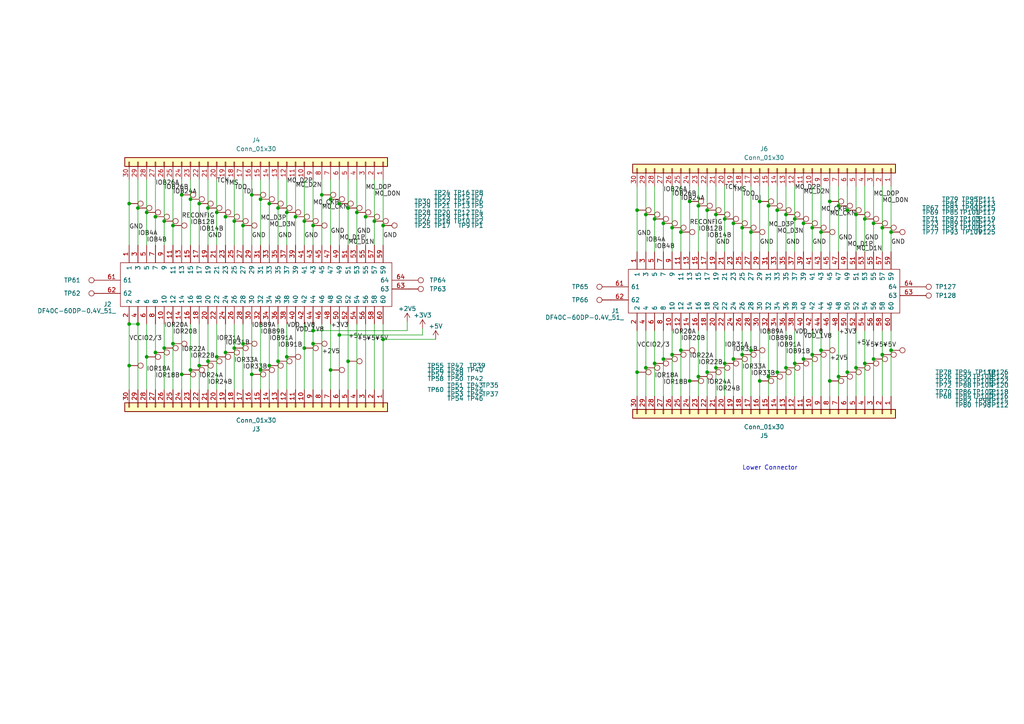
<source format=kicad_sch>
(kicad_sch (version 20230121) (generator eeschema)
  (paper "A4")
  (junction (at 37.465 106.045))
  (junction (at 98.425 59.055))
  (junction (at 73.025 108.585))
  (junction (at 42.545 103.505))
  (junction (at 67.945 100.965))
  (junction (at 70.485 99.695))
  (junction (at 250.825 63.5))
  (junction (at 78.105 59.055))
  (junction (at 192.405 104.14))
  (junction (at 65.405 102.235))
  (junction (at 57.785 106.045))
  (junction (at 230.505 105.41))
  (junction (at 255.905 102.87))
  (junction (at 37.465 59.055))
  (junction (at 227.965 62.23))
  (junction (at 95.885 107.315))
  (junction (at 220.345 110.49))
  (junction (at 240.665 110.49))
  (junction (at 192.405 64.77))
  (junction (at 42.545 61.595))
  (junction (at 189.865 63.5))
  (junction (at 80.645 104.775))
  (junction (at 210.185 105.41))
  (junction (at 233.045 64.77))
  (junction (at 197.485 67.31))
  (junction (at 62.865 61.595))
  (junction (at 108.585 64.135))
  (junction (at 50.165 65.405))
  (junction (at 78.105 106.045))
  (junction (at 57.785 59.055))
  (junction (at 197.485 101.6))
  (junction (at 75.565 57.785))
  (junction (at 106.045 62.865))
  (junction (at 50.165 99.695))
  (junction (at 55.245 57.785))
  (junction (at 215.265 66.04))
  (junction (at 222.885 109.22))
  (junction (at 93.345 56.515))
  (junction (at 73.025 56.515))
  (junction (at 205.105 60.96))
  (junction (at 67.945 64.135))
  (junction (at 194.945 66.04))
  (junction (at 245.745 107.95))
  (junction (at 217.805 101.6))
  (junction (at 227.965 106.68))
  (junction (at 184.785 107.95))
  (junction (at 85.725 62.865))
  (junction (at 52.705 108.585))
  (junction (at 212.725 104.14))
  (junction (at 210.185 63.5))
  (junction (at 230.505 63.5))
  (junction (at 60.325 104.775))
  (junction (at 243.205 59.69))
  (junction (at 70.485 65.405))
  (junction (at 207.645 106.68))
  (junction (at 189.865 105.41))
  (junction (at 100.965 104.775))
  (junction (at 222.885 59.69))
  (junction (at 45.085 102.235))
  (junction (at 187.325 62.23))
  (junction (at 245.745 60.96))
  (junction (at 47.625 100.965))
  (junction (at 212.725 64.77))
  (junction (at 90.805 65.405))
  (junction (at 88.265 100.965))
  (junction (at 90.805 99.695))
  (junction (at 240.665 58.42))
  (junction (at 200.025 110.49))
  (junction (at 238.125 67.31))
  (junction (at 111.125 65.405))
  (junction (at 95.885 57.785))
  (junction (at 217.805 67.31))
  (junction (at 98.425 97.155))
  (junction (at 194.945 102.87))
  (junction (at 37.465 93.98))
  (junction (at 258.445 67.31))
  (junction (at 83.185 103.505))
  (junction (at 248.285 106.68))
  (junction (at 225.425 107.95))
  (junction (at 225.425 60.96))
  (junction (at 215.265 102.87))
  (junction (at 45.085 62.865))
  (junction (at 235.585 66.04))
  (junction (at 253.365 64.77))
  (junction (at 200.025 58.42))
  (junction (at 258.445 101.6))
  (junction (at 100.965 60.325))
  (junction (at 248.285 62.23))
  (junction (at 255.905 66.04))
  (junction (at 207.645 62.23))
  (junction (at 103.505 61.595))
  (junction (at 52.705 56.515))
  (junction (at 220.345 58.42))
  (junction (at 238.125 101.6))
  (junction (at 90.805 95.885))
  (junction (at 235.585 102.87))
  (junction (at 184.785 60.96))
  (junction (at 187.325 106.68))
  (junction (at 233.045 104.14))
  (junction (at 47.625 64.135))
  (junction (at 40.005 93.98))
  (junction (at 62.865 103.505))
  (junction (at 65.405 62.865))
  (junction (at 205.105 107.95))
  (junction (at 80.645 60.325))
  (junction (at 60.325 60.325))
  (junction (at 83.185 61.595))
  (junction (at 55.245 107.315))
  (junction (at 243.205 109.22))
  (junction (at 75.565 107.315))
  (junction (at 250.825 105.41))
  (junction (at 202.565 109.22))
  (junction (at 40.005 60.325))
  (junction (at 88.265 64.135))
  (junction (at 253.365 104.14))
  (junction (at 202.565 59.69))
  (junction (at 111.125 98.425))
  (wire (pts (xy 100.965 60.325) (xy 100.965 71.12)))
  (wire (pts (xy 88.265 52.07) (xy 88.265 64.135)))
  (wire (pts (xy 212.725 95.885) (xy 212.725 104.14)))
  (wire (pts (xy 62.865 71.12) (xy 62.865 61.595)))
  (wire (pts (xy 55.245 113.03) (xy 55.245 107.315)))
  (wire (pts (xy 65.405 52.07) (xy 65.405 62.865)))
  (wire (pts (xy 194.945 114.935) (xy 194.945 102.87)))
  (wire (pts (xy 83.185 93.98) (xy 83.185 103.505)))
  (wire (pts (xy 98.425 97.155) (xy 98.425 113.03)))
  (wire (pts (xy 118.11 95.885) (xy 118.11 93.345)))
  (wire (pts (xy 47.625 113.03) (xy 47.625 100.965)))
  (wire (pts (xy 83.185 113.03) (xy 83.185 103.505)))
  (wire (pts (xy 227.965 95.885) (xy 227.965 106.68)))
  (wire (pts (xy 243.205 95.885) (xy 243.205 109.22)))
  (wire (pts (xy 189.865 73.025) (xy 189.865 63.5)))
  (wire (pts (xy 98.425 52.07) (xy 98.425 59.055)))
  (wire (pts (xy 245.745 53.975) (xy 245.745 60.96)))
  (wire (pts (xy 230.505 114.935) (xy 230.505 105.41)))
  (wire (pts (xy 255.905 53.975) (xy 255.905 66.04)))
  (wire (pts (xy 235.585 53.975) (xy 235.585 66.04)))
  (wire (pts (xy 65.405 93.98) (xy 65.405 102.235)))
  (wire (pts (xy 222.885 114.935) (xy 222.885 109.22)))
  (wire (pts (xy 187.325 95.885) (xy 187.325 106.68)))
  (wire (pts (xy 90.805 52.07) (xy 90.805 65.405)))
  (wire (pts (xy 60.325 52.07) (xy 60.325 60.325)))
  (wire (pts (xy 103.505 52.07) (xy 103.505 61.595)))
  (wire (pts (xy 200.025 53.975) (xy 200.025 58.42)))
  (wire (pts (xy 194.945 73.025) (xy 194.945 66.04)))
  (wire (pts (xy 90.805 113.03) (xy 90.805 99.695)))
  (wire (pts (xy 60.325 60.325) (xy 60.325 71.12)))
  (wire (pts (xy 75.565 52.07) (xy 75.565 57.785)))
  (wire (pts (xy 95.885 113.03) (xy 95.885 107.315)))
  (wire (pts (xy 67.945 113.03) (xy 67.945 100.965)))
  (wire (pts (xy 200.025 114.935) (xy 200.025 110.49)))
  (wire (pts (xy 42.545 52.07) (xy 42.545 61.595)))
  (wire (pts (xy 55.245 52.07) (xy 55.245 57.785)))
  (wire (pts (xy 197.485 73.025) (xy 197.485 67.31)))
  (wire (pts (xy 88.265 64.135) (xy 88.265 71.12)))
  (wire (pts (xy 225.425 53.975) (xy 225.425 60.96)))
  (wire (pts (xy 253.365 53.975) (xy 253.365 64.77)))
  (wire (pts (xy 83.185 52.07) (xy 83.185 61.595)))
  (wire (pts (xy 220.345 53.975) (xy 220.345 58.42)))
  (wire (pts (xy 93.345 93.98) (xy 93.345 113.03)))
  (wire (pts (xy 220.345 58.42) (xy 220.345 73.025)))
  (wire (pts (xy 45.085 71.12) (xy 45.085 62.865)))
  (wire (pts (xy 85.725 52.07) (xy 85.725 62.865)))
  (wire (pts (xy 42.545 93.98) (xy 42.545 103.505)))
  (wire (pts (xy 57.785 52.07) (xy 57.785 59.055)))
  (wire (pts (xy 245.745 95.885) (xy 245.745 107.95)))
  (wire (pts (xy 187.325 53.975) (xy 187.325 62.23)))
  (wire (pts (xy 93.345 52.07) (xy 93.345 56.515)))
  (wire (pts (xy 106.045 93.98) (xy 106.045 113.03)))
  (wire (pts (xy 60.325 113.03) (xy 60.325 104.775)))
  (wire (pts (xy 78.105 113.03) (xy 78.105 106.045)))
  (wire (pts (xy 55.245 93.98) (xy 55.245 107.315)))
  (wire (pts (xy 40.005 93.98) (xy 40.005 113.03)))
  (wire (pts (xy 73.025 113.03) (xy 73.025 108.585)))
  (wire (pts (xy 194.945 95.885) (xy 194.945 102.87)))
  (wire (pts (xy 184.785 114.935) (xy 184.785 107.95)))
  (wire (pts (xy 238.125 73.025) (xy 238.125 67.31)))
  (wire (pts (xy 50.165 52.07) (xy 50.165 65.405)))
  (wire (pts (xy 90.805 71.12) (xy 90.805 65.405)))
  (wire (pts (xy 189.865 114.935) (xy 189.865 105.41)))
  (wire (pts (xy 85.725 93.98) (xy 85.725 113.03)))
  (wire (pts (xy 37.465 93.98) (xy 40.005 93.98)))
  (wire (pts (xy 93.345 56.515) (xy 93.345 71.12)))
  (wire (pts (xy 192.405 73.025) (xy 192.405 64.77)))
  (wire (pts (xy 108.585 93.98) (xy 108.585 113.03)))
  (wire (pts (xy 235.585 66.04) (xy 235.585 73.025)))
  (wire (pts (xy 215.265 73.025) (xy 215.265 66.04)))
  (wire (pts (xy 80.645 113.03) (xy 80.645 104.775)))
  (wire (pts (xy 187.325 62.23) (xy 187.325 73.025)))
  (wire (pts (xy 98.425 93.98) (xy 98.425 97.155)))
  (wire (pts (xy 78.105 93.98) (xy 78.105 106.045)))
  (wire (pts (xy 106.045 52.07) (xy 106.045 62.865)))
  (wire (pts (xy 210.185 95.885) (xy 210.185 105.41)))
  (wire (pts (xy 250.825 114.935) (xy 250.825 105.41)))
  (wire (pts (xy 217.805 73.025) (xy 217.805 67.31)))
  (wire (pts (xy 65.405 71.12) (xy 65.405 62.865)))
  (wire (pts (xy 240.665 114.935) (xy 240.665 110.49)))
  (wire (pts (xy 212.725 53.975) (xy 212.725 64.77)))
  (wire (pts (xy 57.785 93.98) (xy 57.785 106.045)))
  (wire (pts (xy 37.465 59.055) (xy 37.465 71.12)))
  (wire (pts (xy 47.625 93.98) (xy 47.625 100.965)))
  (wire (pts (xy 197.485 53.975) (xy 197.485 67.31)))
  (wire (pts (xy 250.825 95.885) (xy 250.825 105.41)))
  (wire (pts (xy 245.745 60.96) (xy 245.745 73.025)))
  (wire (pts (xy 55.245 57.785) (xy 55.245 71.12)))
  (wire (pts (xy 217.805 114.935) (xy 217.805 101.6)))
  (wire (pts (xy 248.285 62.23) (xy 248.285 73.025)))
  (wire (pts (xy 62.865 113.03) (xy 62.865 103.505)))
  (wire (pts (xy 235.585 95.885) (xy 235.585 102.87)))
  (wire (pts (xy 45.085 113.03) (xy 45.085 102.235)))
  (wire (pts (xy 253.365 95.885) (xy 253.365 104.14)))
  (wire (pts (xy 243.205 73.025) (xy 243.205 59.69)))
  (wire (pts (xy 207.645 62.23) (xy 207.645 73.025)))
  (wire (pts (xy 253.365 114.935) (xy 253.365 104.14)))
  (wire (pts (xy 220.345 95.885) (xy 220.345 110.49)))
  (wire (pts (xy 255.905 95.885) (xy 255.905 102.87)))
  (wire (pts (xy 70.485 93.98) (xy 70.485 99.695)))
  (wire (pts (xy 243.205 53.975) (xy 243.205 59.69)))
  (wire (pts (xy 98.425 97.155) (xy 122.555 97.155)))
  (wire (pts (xy 70.485 71.12) (xy 70.485 65.405)))
  (wire (pts (xy 57.785 113.03) (xy 57.785 106.045)))
  (wire (pts (xy 235.585 114.935) (xy 235.585 102.87)))
  (wire (pts (xy 90.805 93.98) (xy 90.805 95.885)))
  (wire (pts (xy 202.565 53.975) (xy 202.565 59.69)))
  (wire (pts (xy 253.365 73.025) (xy 253.365 64.77)))
  (wire (pts (xy 258.445 67.31) (xy 258.445 73.025)))
  (wire (pts (xy 83.185 71.12) (xy 83.185 61.595)))
  (wire (pts (xy 62.865 52.07) (xy 62.865 61.595)))
  (wire (pts (xy 240.665 58.42) (xy 240.665 73.025)))
  (wire (pts (xy 67.945 52.07) (xy 67.945 64.135)))
  (wire (pts (xy 95.885 52.07) (xy 95.885 57.785)))
  (wire (pts (xy 111.125 93.98) (xy 111.125 98.425)))
  (wire (pts (xy 197.485 114.935) (xy 197.485 101.6)))
  (wire (pts (xy 217.805 95.885) (xy 217.805 101.6)))
  (wire (pts (xy 200.025 58.42) (xy 200.025 73.025)))
  (wire (pts (xy 233.045 95.885) (xy 233.045 104.14)))
  (wire (pts (xy 103.505 93.98) (xy 103.505 113.03)))
  (wire (pts (xy 88.265 113.03) (xy 88.265 100.965)))
  (wire (pts (xy 192.405 114.935) (xy 192.405 104.14)))
  (wire (pts (xy 189.865 53.975) (xy 189.865 63.5)))
  (wire (pts (xy 202.565 114.935) (xy 202.565 109.22)))
  (wire (pts (xy 95.885 71.12) (xy 95.885 57.785)))
  (wire (pts (xy 205.105 95.885) (xy 205.105 107.95)))
  (wire (pts (xy 230.505 95.885) (xy 230.505 105.41)))
  (wire (pts (xy 47.625 71.12) (xy 47.625 64.135)))
  (wire (pts (xy 37.465 93.98) (xy 37.465 106.045)))
  (wire (pts (xy 212.725 73.025) (xy 212.725 64.77)))
  (wire (pts (xy 67.945 71.12) (xy 67.945 64.135)))
  (wire (pts (xy 248.285 95.885) (xy 248.285 106.68)))
  (wire (pts (xy 202.565 95.885) (xy 202.565 109.22)))
  (wire (pts (xy 210.185 73.025) (xy 210.185 63.5)))
  (wire (pts (xy 57.785 59.055) (xy 57.785 71.12)))
  (wire (pts (xy 205.105 53.975) (xy 205.105 60.96)))
  (wire (pts (xy 227.965 62.23) (xy 227.965 73.025)))
  (wire (pts (xy 240.665 53.975) (xy 240.665 58.42)))
  (wire (pts (xy 75.565 57.785) (xy 75.565 71.12)))
  (wire (pts (xy 192.405 95.885) (xy 192.405 104.14)))
  (wire (pts (xy 243.205 114.935) (xy 243.205 109.22)))
  (wire (pts (xy 230.505 73.025) (xy 230.505 63.5)))
  (wire (pts (xy 45.085 93.98) (xy 45.085 102.235)))
  (wire (pts (xy 52.705 52.07) (xy 52.705 56.515)))
  (wire (pts (xy 200.025 95.885) (xy 200.025 110.49)))
  (wire (pts (xy 255.905 73.025) (xy 255.905 66.04)))
  (wire (pts (xy 70.485 113.03) (xy 70.485 99.695)))
  (wire (pts (xy 248.285 53.975) (xy 248.285 62.23)))
  (wire (pts (xy 108.585 71.12) (xy 108.585 64.135)))
  (wire (pts (xy 250.825 53.975) (xy 250.825 63.5)))
  (wire (pts (xy 98.425 59.055) (xy 98.425 71.12)))
  (wire (pts (xy 225.425 60.96) (xy 225.425 73.025)))
  (wire (pts (xy 184.785 60.96) (xy 184.785 73.025)))
  (wire (pts (xy 100.965 93.98) (xy 100.965 104.775)))
  (wire (pts (xy 205.105 114.935) (xy 205.105 107.95)))
  (wire (pts (xy 197.485 95.885) (xy 197.485 101.6)))
  (wire (pts (xy 230.505 53.975) (xy 230.505 63.5)))
  (wire (pts (xy 50.165 71.12) (xy 50.165 65.405)))
  (wire (pts (xy 111.125 98.425) (xy 126.365 98.425)))
  (wire (pts (xy 215.265 95.885) (xy 215.265 102.87)))
  (wire (pts (xy 67.945 93.98) (xy 67.945 100.965)))
  (wire (pts (xy 42.545 113.03) (xy 42.545 103.505)))
  (wire (pts (xy 207.645 53.975) (xy 207.645 62.23)))
  (wire (pts (xy 210.185 114.935) (xy 210.185 105.41)))
  (wire (pts (xy 80.645 52.07) (xy 80.645 60.325)))
  (wire (pts (xy 78.105 59.055) (xy 78.105 71.12)))
  (wire (pts (xy 227.965 53.975) (xy 227.965 62.23)))
  (wire (pts (xy 90.805 95.885) (xy 118.11 95.885)))
  (wire (pts (xy 100.965 52.07) (xy 100.965 60.325)))
  (wire (pts (xy 90.805 95.885) (xy 90.805 99.695)))
  (wire (pts (xy 37.465 113.03) (xy 37.465 106.045)))
  (wire (pts (xy 233.045 114.935) (xy 233.045 104.14)))
  (wire (pts (xy 238.125 114.935) (xy 238.125 101.6)))
  (wire (pts (xy 184.785 53.975) (xy 184.785 60.96)))
  (wire (pts (xy 258.445 95.885) (xy 258.445 101.6)))
  (wire (pts (xy 233.045 73.025) (xy 233.045 64.77)))
  (wire (pts (xy 222.885 53.975) (xy 222.885 59.69)))
  (wire (pts (xy 95.885 93.98) (xy 95.885 107.315)))
  (wire (pts (xy 250.825 73.025) (xy 250.825 63.5)))
  (wire (pts (xy 227.965 114.935) (xy 227.965 106.68)))
  (wire (pts (xy 222.885 95.885) (xy 222.885 109.22)))
  (wire (pts (xy 45.085 52.07) (xy 45.085 62.865)))
  (wire (pts (xy 108.585 52.07) (xy 108.585 64.135)))
  (wire (pts (xy 207.645 114.935) (xy 207.645 106.68)))
  (wire (pts (xy 184.785 95.885) (xy 184.785 107.95)))
  (wire (pts (xy 73.025 56.515) (xy 73.025 71.12)))
  (wire (pts (xy 225.425 95.885) (xy 225.425 107.95)))
  (wire (pts (xy 65.405 113.03) (xy 65.405 102.235)))
  (wire (pts (xy 88.265 93.98) (xy 88.265 100.965)))
  (wire (pts (xy 111.125 98.425) (xy 111.125 113.03)))
  (wire (pts (xy 205.105 60.96) (xy 205.105 73.025)))
  (wire (pts (xy 215.265 114.935) (xy 215.265 102.87)))
  (wire (pts (xy 40.005 60.325) (xy 40.005 71.12)))
  (wire (pts (xy 50.165 113.03) (xy 50.165 99.695)))
  (wire (pts (xy 238.125 95.885) (xy 238.125 101.6)))
  (wire (pts (xy 52.705 56.515) (xy 52.705 71.12)))
  (wire (pts (xy 73.025 52.07) (xy 73.025 56.515)))
  (wire (pts (xy 80.645 60.325) (xy 80.645 71.12)))
  (wire (pts (xy 245.745 114.935) (xy 245.745 107.95)))
  (wire (pts (xy 100.965 113.03) (xy 100.965 104.775)))
  (wire (pts (xy 207.645 95.885) (xy 207.645 106.68)))
  (wire (pts (xy 189.865 95.885) (xy 189.865 105.41)))
  (wire (pts (xy 255.905 114.935) (xy 255.905 102.87)))
  (wire (pts (xy 222.885 59.69) (xy 222.885 73.025)))
  (wire (pts (xy 40.005 52.07) (xy 40.005 60.325)))
  (wire (pts (xy 111.125 65.405) (xy 111.125 71.12)))
  (wire (pts (xy 103.505 71.12) (xy 103.505 61.595)))
  (wire (pts (xy 217.805 53.975) (xy 217.805 67.31)))
  (wire (pts (xy 60.325 93.98) (xy 60.325 104.775)))
  (wire (pts (xy 37.465 52.07) (xy 37.465 59.055)))
  (wire (pts (xy 47.625 52.07) (xy 47.625 64.135)))
  (wire (pts (xy 75.565 113.03) (xy 75.565 107.315)))
  (wire (pts (xy 192.405 53.975) (xy 192.405 64.77)))
  (wire (pts (xy 220.345 114.935) (xy 220.345 110.49)))
  (wire (pts (xy 258.445 53.975) (xy 258.445 67.31)))
  (wire (pts (xy 75.565 93.98) (xy 75.565 107.315)))
  (wire (pts (xy 258.445 114.935) (xy 258.445 101.6)))
  (wire (pts (xy 111.125 52.07) (xy 111.125 65.405)))
  (wire (pts (xy 78.105 52.07) (xy 78.105 59.055)))
  (wire (pts (xy 42.545 71.12) (xy 42.545 61.595)))
  (wire (pts (xy 70.485 52.07) (xy 70.485 65.405)))
  (wire (pts (xy 233.045 53.975) (xy 233.045 64.77)))
  (wire (pts (xy 238.125 53.975) (xy 238.125 67.31)))
  (wire (pts (xy 106.045 71.12) (xy 106.045 62.865)))
  (wire (pts (xy 62.865 93.98) (xy 62.865 103.505)))
  (wire (pts (xy 52.705 113.03) (xy 52.705 108.585)))
  (wire (pts (xy 50.165 93.98) (xy 50.165 99.695)))
  (wire (pts (xy 194.945 53.975) (xy 194.945 66.04)))
  (wire (pts (xy 187.325 114.935) (xy 187.325 106.68)))
  (wire (pts (xy 215.265 53.975) (xy 215.265 66.04)))
  (wire (pts (xy 85.725 71.12) (xy 85.725 62.865)))
  (wire (pts (xy 80.645 93.98) (xy 80.645 104.775)))
  (wire (pts (xy 225.425 114.935) (xy 225.425 107.95)))
  (wire (pts (xy 212.725 114.935) (xy 212.725 104.14)))
  (wire (pts (xy 122.555 97.155) (xy 122.555 95.25)))
  (wire (pts (xy 210.185 53.975) (xy 210.185 63.5)))
  (wire (pts (xy 52.705 93.98) (xy 52.705 108.585)))
  (wire (pts (xy 202.565 59.69) (xy 202.565 73.025)))
  (wire (pts (xy 240.665 95.885) (xy 240.665 110.49)))
  (wire (pts (xy 248.285 114.935) (xy 248.285 106.68)))
  (wire (pts (xy 73.025 93.98) (xy 73.025 108.585)))
  (text "Lower Connector" (at 215.265 136.525 0) (effects (font (size 1.27 1.27)) (justify left bottom)))
  (label "IOR20B" (at 50.165 97.155 0))
  (label "M0_D3N" (at 225.425 67.945 0))
  (label "IOR31B" (at 212.725 102.235 0))
  (label "IOR18B" (at 192.405 111.76 0))
  (label "IOR20A" (at 194.945 97.155 0))
  (label "IOB89A" (at 73.025 95.25 0))
  (label "+5V" (at 250.825 100.965 0))
  (label "IOR24B" (at 60.325 111.76 0))
  (label "IOB4A" (at 187.325 70.485 0))
  (label "IOB14B" (at 205.105 69.215 0))
  (label "IOB4B" (at 189.865 72.39 0))
  (label "GND" (at 103.505 67.945 0))
  (label "+2V5" (at 93.345 102.87 0))
  (label "TDI" (at 217.805 58.42 0))
  (label "GND" (at 243.205 69.85 0))
  (label "RECONFIG" (at 200.025 65.405 0))
  (label "IOB26B" (at 47.625 55.245 0))
  (label "M0_D2N" (at 233.045 56.515 0))
  (label "IOB26A" (at 192.405 55.88 0))
  (label "GND" (at 258.445 71.12 0))
  (label "IOR33A" (at 67.945 105.41 0))
  (label "GND" (at 73.025 69.215 0))
  (label "M0_D2P" (at 83.185 53.34 0))
  (label "IOB91A" (at 78.105 99.06 0))
  (label "+5V" (at 255.905 100.965 0))
  (label "TMS" (at 65.405 53.975 0))
  (label "IOR22B" (at 55.245 104.14 0))
  (label "IOR22B" (at 202.565 106.045 0))
  (label "+3V3" (at 95.885 95.25 0))
  (label "IOR18A" (at 42.545 107.95 0))
  (label "TCK" (at 62.865 53.34 0))
  (label "TDO" (at 67.945 55.245 0))
  (label "GND" (at 227.965 71.12 0))
  (label "IOR18A" (at 189.865 109.855 0))
  (label "IOR31A" (at 62.865 99.06 0))
  (label "IOR24B" (at 207.645 113.665 0))
  (label "IOB91B" (at 80.645 100.965 0))
  (label "GND" (at 95.885 67.945 0))
  (label "+3V3" (at 243.205 97.155 0))
  (label "M0_CKP" (at 90.805 59.69 0))
  (label "+2V5" (at 240.665 104.775 0))
  (label "GND" (at 235.585 71.12 0))
  (label "VCCIO2{slash}3" (at 37.465 99.06 0))
  (label "GND" (at 111.125 69.215 0))
  (label "IOR24A" (at 57.785 109.855 0))
  (label "GND" (at 250.825 69.85 0))
  (label "GND" (at 37.465 66.675 0))
  (label "VDD_1V8" (at 83.185 95.25 0))
  (label "RECONFIG" (at 52.705 63.5 0))
  (label "IOB4A" (at 40.005 68.58 0))
  (label "M0_D2P" (at 230.505 55.245 0))
  (label "+5V" (at 106.045 99.06 0))
  (label "IOB89B" (at 222.885 99.06 0))
  (label "GND" (at 220.345 71.12 0))
  (label "IOB24A" (at 50.165 56.515 0))
  (label "IOB91B" (at 227.965 102.87 0))
  (label "M0_D0N" (at 108.585 57.15 0))
  (label "GND" (at 80.645 69.215 0))
  (label "IOR33B" (at 217.805 109.22 0))
  (label "M0_D3P" (at 75.565 64.135 0))
  (label "IOB89A" (at 220.345 97.155 0))
  (label "IOR20B" (at 197.485 99.06 0))
  (label "IOR22A" (at 200.025 104.14 0))
  (label "IOB4B" (at 42.545 70.485 0))
  (label "IOR31B" (at 65.405 100.33 0))
  (label "M0_D1N" (at 248.285 73.025 0))
  (label "M0_D1P" (at 98.425 69.85 0))
  (label "VDD_1V8" (at 230.505 97.155 0))
  (label "+5V" (at 253.365 100.965 0))
  (label "GND" (at 60.325 69.215 0))
  (label "TMS" (at 212.725 55.88 0))
  (label "IOR24A" (at 205.105 111.76 0))
  (label "IOR33B" (at 70.485 107.315 0))
  (label "TCK" (at 210.185 55.245 0))
  (label "M0_D1N" (at 100.965 71.12 0))
  (label "GND" (at 184.785 68.58 0))
  (label "IOB91A" (at 225.425 100.965 0))
  (label "M0_D3N" (at 78.105 66.04 0))
  (label "+5V" (at 100.965 98.425 0))
  (label "TDI" (at 70.485 56.515 0))
  (label "IOR18B" (at 45.085 109.855 0))
  (label "VCCIO2{slash}3" (at 184.785 100.965 0))
  (label "IOB14B" (at 57.785 67.31 0))
  (label "IOR33A" (at 215.265 107.315 0))
  (label "M0_D2N" (at 85.725 54.61 0))
  (label "M0_D3P" (at 222.885 66.04 0))
  (label "VDD_1V8" (at 85.725 96.52 0))
  (label "M0_CKP" (at 238.125 61.595 0))
  (label "M0_CKN" (at 93.345 60.96 0))
  (label "+5V" (at 108.585 99.06 0))
  (label "M0_D0P" (at 253.365 57.15 0))
  (label "IOB12B" (at 55.245 65.405 0))
  (label "+5V" (at 248.285 100.33 0))
  (label "VDD_1V8" (at 233.045 98.425 0))
  (label "+5V" (at 103.505 99.06 0))
  (label "IOB26B" (at 194.945 57.15 0))
  (label "IOB24A" (at 197.485 58.42 0))
  (label "GND" (at 207.645 71.12 0))
  (label "IOB26A" (at 45.085 53.975 0))
  (label "M0_D0N" (at 255.905 59.055 0))
  (label "IOB12B" (at 202.565 67.31 0))
  (label "TDO" (at 215.265 57.15 0))
  (label "M0_D1P" (at 245.745 71.755 0))
  (label "IOR22A" (at 52.705 102.235 0))
  (label "IOR31A" (at 210.185 100.965 0))
  (label "IOB89B" (at 75.565 97.155 0))
  (label "IOR20A" (at 47.625 95.25 0))
  (label "M0_D0P" (at 106.045 55.245 0))
  (label "M0_CKN" (at 240.665 62.865 0))
  (label "GND" (at 88.265 69.215 0))
  (symbol (lib_id "Connector:TestPoint") (at 60.325 104.775 270) (mirror x) (unit 1)
    (property "Reference" "TP51" (at 132.08 111.76 90))
    (property "Value" "TestPoint" (effects hide))
    (property "Footprint" "TestPoint:TestPoint_Pad_1.5x1.5mm" (effects hide))
  )
  (symbol (lib_id "Connector:TestPoint") (at 103.505 61.595 270) (unit 1)
    (property "Reference" "TP4" (at 138.43 61.595 90))
    (property "Value" "TestPoint" (effects hide))
    (property "Footprint" "TestPoint:TestPoint_Pad_1.5x1.5mm" (effects hide))
  )
  (symbol (lib_id "Connector:TestPoint") (at 42.545 103.505 270) (mirror x) (unit 1)
    (property "Reference" "TP58" (at 126.365 109.855 90))
    (property "Value" "TestPoint" (effects hide))
    (property "Footprint" "TestPoint:TestPoint_Pad_1.5x1.5mm" (effects hide))
  )
  (symbol (lib_id "Connector:TestPoint") (at 88.265 100.965 270) (mirror x) (unit 1)
    (property "Reference" "TP40" (at 137.795 107.315 90))
    (property "Value" "TestPoint" (effects hide))
    (property "Footprint" "TestPoint:TestPoint_Pad_1.5x1.5mm" (effects hide))
  )
  (symbol (lib_id "Connector:TestPoint") (at 177.165 83.185 90) (unit 1)
    (property "Reference" "TP65" (at 168.275 83.185 90))
    (property "Value" "TestPoint" (effects hide))
    (property "Footprint" "TestPoint:TestPoint_Pad_1.5x1.5mm" (effects hide))
  )
  (symbol (lib_id "Connector:TestPoint") (at 245.745 60.96 270) (unit 1)
    (property "Reference" "TP115" (at 285.75 60.325 90))
    (property "Value" "TestPoint" (effects hide))
    (property "Footprint" "TestPoint:TestPoint_Pad_1.5x1.5mm" (effects hide))
  )
  (symbol (lib_id "Connector:TestPoint") (at 50.165 99.695 270) (mirror x) (unit 1)
    (property "Reference" "TP55" (at 126.365 106.045 90))
    (property "Value" "TestPoint" (effects hide))
    (property "Footprint" "TestPoint:TestPoint_Pad_1.5x1.5mm" (effects hide))
  )
  (symbol (lib_id "Connector:TestPoint") (at 248.285 106.68 270) (mirror x) (unit 1)
    (property "Reference" "TP118" (at 289.56 113.665 90))
    (property "Value" "TestPoint" (effects hide))
    (property "Footprint" "TestPoint:TestPoint_Pad_1.5x1.5mm" (effects hide))
  )
  (symbol (lib_id "Connector:TestPoint") (at 220.345 110.49 270) (mirror x) (unit 1)
    (property "Reference" "TP96" (at 285.115 117.475 90))
    (property "Value" "TestPoint" (effects hide))
    (property "Footprint" "TestPoint:TestPoint_Pad_1.5x1.5mm" (effects hide))
  )
  (symbol (lib_id "Connector:TestPoint") (at 90.805 65.405 270) (unit 1)
    (property "Reference" "TP9" (at 134.62 65.405 90))
    (property "Value" "TestPoint" (effects hide))
    (property "Footprint" "TestPoint:TestPoint_Pad_1.5x1.5mm" (effects hide))
  )
  (symbol (lib_id "Connector:TestPoint") (at 192.405 64.77 270) (unit 1)
    (property "Reference" "TP73" (at 269.875 64.77 90))
    (property "Value" "TestPoint" (effects hide))
    (property "Footprint" "TestPoint:TestPoint_Pad_1.5x1.5mm" (effects hide))
  )
  (symbol (lib_id "Connector:TestPoint") (at 73.025 56.515 270) (unit 1)
    (property "Reference" "TP16" (at 133.985 55.88 90))
    (property "Value" "TestPoint" (effects hide))
    (property "Footprint" "TestPoint:TestPoint_Pad_1.5x1.5mm" (effects hide))
  )
  (symbol (lib_id "Connector:TestPoint") (at 240.665 58.42 270) (unit 1)
    (property "Reference" "TP111" (at 285.75 57.785 90))
    (property "Value" "TestPoint" (effects hide))
    (property "Footprint" "TestPoint:TestPoint_Pad_1.5x1.5mm" (effects hide))
  )
  (symbol (lib_id "Connector:TestPoint") (at 55.245 107.315 270) (mirror x) (unit 1)
    (property "Reference" "TP53" (at 132.08 114.3 90))
    (property "Value" "TestPoint" (effects hide))
    (property "Footprint" "TestPoint:TestPoint_Pad_1.5x1.5mm" (effects hide))
  )
  (symbol (lib_id "Connector:TestPoint") (at 225.425 107.95 270) (mirror x) (unit 1)
    (property "Reference" "TP100" (at 285.115 114.935 90))
    (property "Value" "TestPoint" (effects hide))
    (property "Footprint" "TestPoint:TestPoint_Pad_1.5x1.5mm" (effects hide))
  )
  (symbol (lib_id "Connector:TestPoint") (at 233.045 64.77 270) (unit 1)
    (property "Reference" "TP105" (at 281.305 64.77 90))
    (property "Value" "TestPoint" (effects hide))
    (property "Footprint" "TestPoint:TestPoint_Pad_1.5x1.5mm" (effects hide))
  )
  (symbol (lib_id "Connector:TestPoint") (at 243.205 109.22 270) (mirror x) (unit 1)
    (property "Reference" "TP114" (at 289.56 116.205 90))
    (property "Value" "TestPoint" (effects hide))
    (property "Footprint" "TestPoint:TestPoint_Pad_1.5x1.5mm" (effects hide))
  )
  (symbol (lib_id "Connector:TestPoint") (at 47.625 100.965 270) (mirror x) (unit 1)
    (property "Reference" "TP56" (at 126.365 107.315 90))
    (property "Value" "TestPoint" (effects hide))
    (property "Footprint" "TestPoint:TestPoint_Pad_1.5x1.5mm" (effects hide))
  )
  (symbol (lib_id "Connector:TestPoint") (at 210.185 63.5 270) (unit 1)
    (property "Reference" "TP87" (at 275.59 63.5 90))
    (property "Value" "TestPoint" (effects hide))
    (property "Footprint" "TestPoint:TestPoint_Pad_1.5x1.5mm" (effects hide))
  )
  (symbol (lib_id "Connector:TestPoint") (at 220.345 58.42 270) (unit 1)
    (property "Reference" "TP95" (at 281.305 57.785 90))
    (property "Value" "TestPoint" (effects hide))
    (property "Footprint" "TestPoint:TestPoint_Pad_1.5x1.5mm" (effects hide))
  )
  (symbol (lib_id "Connector:TestPoint") (at 78.105 59.055 270) (unit 1)
    (property "Reference" "TP14" (at 133.985 58.42 90))
    (property "Value" "TestPoint" (effects hide))
    (property "Footprint" "TestPoint:TestPoint_Pad_1.5x1.5mm" (effects hide))
  )
  (symbol (lib_id "Connector:TestPoint") (at 100.965 104.775 270) (mirror x) (unit 1)
    (property "Reference" "TP35" (at 142.24 111.76 90))
    (property "Value" "TestPoint" (effects hide))
    (property "Footprint" "TestPoint:TestPoint_Pad_1.5x1.5mm" (effects hide))
  )
  (symbol (lib_id "Connector:TestPoint") (at 75.565 57.785 270) (unit 1)
    (property "Reference" "TP15" (at 133.985 57.15 90))
    (property "Value" "TestPoint" (effects hide))
    (property "Footprint" "TestPoint:TestPoint_Pad_1.5x1.5mm" (effects hide))
  )
  (symbol (lib_id "Connector:TestPoint") (at 75.565 107.315 270) (mirror x) (unit 1)
    (property "Reference" "TP45" (at 137.795 114.3 90))
    (property "Value" "TestPoint" (effects hide))
    (property "Footprint" "TestPoint:TestPoint_Pad_1.5x1.5mm" (effects hide))
  )
  (symbol (lib_id "samacsys:DF40C-60DP-0.4V_51_") (at 258.445 73.025 270) (unit 1)
    (property "Reference" "J1" (at 179.705 90.17 90) (effects (justify right)))
    (property "Value" "DF40C-60DP-0.4V_51_" (at 180.975 92.075 90) (effects (justify right)))
    (property "Footprint" "SamacSys_Parts:DF40C-60DP-0.4V_51_" (effects hide))
    (property "Datasheet" "https://datasheet.datasheetarchive.com/originals/distributors/Datasheets-DGA17/1059795.pdf" (effects hide))
    (property "Description" "HIROSE(HRS) - DF40C-60DP-0.4V(51) - CONNECTOR, STACKING, HEADER, 60POS, 2ROW" (effects hide))
    (property "Manufacturer_Name" "Hirose" (effects hide))
    (property "Manufacturer_Part_Number" "DF40C-60DP-0.4V(51)" (effects hide))
  )
  (symbol (lib_id "Connector:TestPoint") (at 187.325 106.68 270) (mirror x) (unit 1)
    (property "Reference" "TP70" (at 273.685 113.665 90))
    (property "Value" "TestPoint" (effects hide))
    (property "Footprint" "TestPoint:TestPoint_Pad_1.5x1.5mm" (effects hide))
  )
  (symbol (lib_id "Connector:TestPoint") (at 215.265 66.04 270) (unit 1)
    (property "Reference" "TP91" (at 275.59 66.04 90))
    (property "Value" "TestPoint" (effects hide))
    (property "Footprint" "TestPoint:TestPoint_Pad_1.5x1.5mm" (effects hide))
  )
  (symbol (lib_id "Connector:TestPoint") (at 189.865 105.41 270) (mirror x) (unit 1)
    (property "Reference" "TP72" (at 273.685 111.76 90))
    (property "Value" "TestPoint" (effects hide))
    (property "Footprint" "TestPoint:TestPoint_Pad_1.5x1.5mm" (effects hide))
  )
  (symbol (lib_id "Connector:TestPoint") (at 194.945 66.04 270) (unit 1)
    (property "Reference" "TP75" (at 269.875 66.04 90))
    (property "Value" "TestPoint" (effects hide))
    (property "Footprint" "TestPoint:TestPoint_Pad_1.5x1.5mm" (effects hide))
  )
  (symbol (lib_id "Connector:TestPoint") (at 65.405 62.865 270) (unit 1)
    (property "Reference" "TP19" (at 128.27 62.865 90))
    (property "Value" "TestPoint" (effects hide))
    (property "Footprint" "TestPoint:TestPoint_Pad_1.5x1.5mm" (effects hide))
  )
  (symbol (lib_id "Connector:TestPoint") (at 255.905 102.87 270) (mirror x) (unit 1)
    (property "Reference" "TP124" (at 289.56 109.22 90))
    (property "Value" "TestPoint" (effects hide))
    (property "Footprint" "TestPoint:TestPoint_Pad_1.5x1.5mm" (effects hide))
  )
  (symbol (lib_id "Connector:TestPoint") (at 55.245 57.785 270) (unit 1)
    (property "Reference" "TP23" (at 128.27 57.15 90))
    (property "Value" "TestPoint" (effects hide))
    (property "Footprint" "TestPoint:TestPoint_Pad_1.5x1.5mm" (effects hide))
  )
  (symbol (lib_id "Connector:TestPoint") (at 222.885 109.22 270) (mirror x) (unit 1)
    (property "Reference" "TP98" (at 285.115 116.205 90))
    (property "Value" "TestPoint" (effects hide))
    (property "Footprint" "TestPoint:TestPoint_Pad_1.5x1.5mm" (effects hide))
  )
  (symbol (lib_id "Connector:TestPoint") (at 90.805 99.695 270) (mirror x) (unit 1)
    (property "Reference" "TP39" (at 138.43 106.045 90))
    (property "Value" "TestPoint" (effects hide))
    (property "Footprint" "TestPoint:TestPoint_Pad_1.5x1.5mm" (effects hide))
  )
  (symbol (lib_id "Connector:TestPoint") (at 243.205 59.69 270) (unit 1)
    (property "Reference" "TP113" (at 285.75 59.055 90))
    (property "Value" "TestPoint" (effects hide))
    (property "Footprint" "TestPoint:TestPoint_Pad_1.5x1.5mm" (effects hide))
  )
  (symbol (lib_id "Connector:TestPoint") (at 93.345 56.515 270) (unit 1)
    (property "Reference" "TP8" (at 138.43 55.88 90))
    (property "Value" "TestPoint" (effects hide))
    (property "Footprint" "TestPoint:TestPoint_Pad_1.5x1.5mm" (effects hide))
  )
  (symbol (lib_id "Connector:TestPoint") (at 177.165 86.995 90) (unit 1)
    (property "Reference" "TP66" (at 168.275 86.995 90))
    (property "Value" "TestPoint" (effects hide))
    (property "Footprint" "TestPoint:TestPoint_Pad_1.5x1.5mm" (effects hide))
  )
  (symbol (lib_id "Connector:TestPoint") (at 200.025 58.42 270) (unit 1)
    (property "Reference" "TP79" (at 275.59 57.785 90))
    (property "Value" "TestPoint" (effects hide))
    (property "Footprint" "TestPoint:TestPoint_Pad_1.5x1.5mm" (effects hide))
  )
  (symbol (lib_id "Connector:TestPoint") (at 192.405 104.14 270) (mirror x) (unit 1)
    (property "Reference" "TP74" (at 273.685 110.49 90))
    (property "Value" "TestPoint" (effects hide))
    (property "Footprint" "TestPoint:TestPoint_Pad_1.5x1.5mm" (effects hide))
  )
  (symbol (lib_id "power:+5V") (at 126.365 98.425 0) (unit 1)
    (property "Reference" "#PWR04" (effects hide))
    (property "Value" "+5V" (at 126.365 94.615 0))
  )
  (symbol (lib_id "Connector:TestPoint") (at 222.885 59.69 270) (unit 1)
    (property "Reference" "TP97" (at 281.305 59.055 90))
    (property "Value" "TestPoint" (effects hide))
    (property "Footprint" "TestPoint:TestPoint_Pad_1.5x1.5mm" (effects hide))
  )
  (symbol (lib_id "Connector:TestPoint") (at 197.485 67.31 270) (unit 1)
    (property "Reference" "TP77" (at 269.875 67.31 90))
    (property "Value" "TestPoint" (effects hide))
    (property "Footprint" "TestPoint:TestPoint_Pad_1.5x1.5mm" (effects hide))
  )
  (symbol (lib_id "Connector:TestPoint") (at 207.645 106.68 270) (mirror x) (unit 1)
    (property "Reference" "TP86" (at 279.4 113.665 90))
    (property "Value" "TestPoint" (effects hide))
    (property "Footprint" "TestPoint:TestPoint_Pad_1.5x1.5mm" (effects hide))
  )
  (symbol (lib_id "Connector:TestPoint") (at 230.505 63.5 270) (unit 1)
    (property "Reference" "TP103" (at 281.305 63.5 90))
    (property "Value" "TestPoint" (effects hide))
    (property "Footprint" "TestPoint:TestPoint_Pad_1.5x1.5mm" (effects hide))
  )
  (symbol (lib_id "Connector:TestPoint") (at 108.585 64.135 270) (unit 1)
    (property "Reference" "TP2" (at 138.43 64.135 90))
    (property "Value" "TestPoint" (effects hide))
    (property "Footprint" "TestPoint:TestPoint_Pad_1.5x1.5mm" (effects hide))
  )
  (symbol (lib_id "Connector:TestPoint") (at 100.965 60.325 270) (unit 1)
    (property "Reference" "TP5" (at 138.43 59.69 90))
    (property "Value" "TestPoint" (effects hide))
    (property "Footprint" "TestPoint:TestPoint_Pad_1.5x1.5mm" (effects hide))
  )
  (symbol (lib_id "Connector:TestPoint") (at 60.325 60.325 270) (unit 1)
    (property "Reference" "TP21" (at 128.27 59.69 90))
    (property "Value" "TestPoint" (effects hide))
    (property "Footprint" "TestPoint:TestPoint_Pad_1.5x1.5mm" (effects hide))
  )
  (symbol (lib_id "Connector:TestPoint") (at 200.025 110.49 270) (mirror x) (unit 1)
    (property "Reference" "TP80" (at 279.4 117.475 90))
    (property "Value" "TestPoint" (effects hide))
    (property "Footprint" "TestPoint:TestPoint_Pad_1.5x1.5mm" (effects hide))
  )
  (symbol (lib_id "Connector:TestPoint") (at 233.045 104.14 270) (mirror x) (unit 1)
    (property "Reference" "TP106" (at 285.115 110.49 90))
    (property "Value" "TestPoint" (effects hide))
    (property "Footprint" "TestPoint:TestPoint_Pad_1.5x1.5mm" (effects hide))
  )
  (symbol (lib_id "Connector:TestPoint") (at 258.445 67.31 270) (unit 1)
    (property "Reference" "TP125" (at 285.75 67.31 90))
    (property "Value" "TestPoint" (effects hide))
    (property "Footprint" "TestPoint:TestPoint_Pad_1.5x1.5mm" (effects hide))
  )
  (symbol (lib_id "Connector:TestPoint") (at 245.745 107.95 270) (mirror x) (unit 1)
    (property "Reference" "TP116" (at 289.56 114.935 90))
    (property "Value" "TestPoint" (effects hide))
    (property "Footprint" "TestPoint:TestPoint_Pad_1.5x1.5mm" (effects hide))
  )
  (symbol (lib_id "Connector:TestPoint") (at 253.365 64.77 270) (unit 1)
    (property "Reference" "TP121" (at 285.75 64.77 90))
    (property "Value" "TestPoint" (effects hide))
    (property "Footprint" "TestPoint:TestPoint_Pad_1.5x1.5mm" (effects hide))
  )
  (symbol (lib_id "Connector:TestPoint") (at 73.025 108.585 270) (mirror x) (unit 1)
    (property "Reference" "TP46" (at 137.795 115.57 90))
    (property "Value" "TestPoint" (effects hide))
    (property "Footprint" "TestPoint:TestPoint_Pad_1.5x1.5mm" (effects hide))
  )
  (symbol (lib_id "Connector:TestPoint") (at 248.285 62.23 270) (unit 1)
    (property "Reference" "TP117" (at 285.75 61.595 90))
    (property "Value" "TestPoint" (effects hide))
    (property "Footprint" "TestPoint:TestPoint_Pad_1.5x1.5mm" (effects hide))
  )
  (symbol (lib_id "Connector:TestPoint") (at 253.365 104.14 270) (mirror x) (unit 1)
    (property "Reference" "TP122" (at 289.56 110.49 90))
    (property "Value" "TestPoint" (effects hide))
    (property "Footprint" "TestPoint:TestPoint_Pad_1.5x1.5mm" (effects hide))
  )
  (symbol (lib_id "Connector:TestPoint") (at 95.885 57.785 270) (unit 1)
    (property "Reference" "TP7" (at 138.43 57.15 90))
    (property "Value" "TestPoint" (effects hide))
    (property "Footprint" "TestPoint:TestPoint_Pad_1.5x1.5mm" (effects hide))
  )
  (symbol (lib_id "Connector:TestPoint") (at 65.405 102.235 270) (mirror x) (unit 1)
    (property "Reference" "TP49" (at 132.08 108.585 90))
    (property "Value" "TestPoint" (effects hide))
    (property "Footprint" "TestPoint:TestPoint_Pad_1.5x1.5mm" (effects hide))
  )
  (symbol (lib_id "Connector:TestPoint") (at 111.125 65.405 270) (unit 1)
    (property "Reference" "TP1" (at 138.43 65.405 90))
    (property "Value" "TestPoint" (effects hide))
    (property "Footprint" "TestPoint:TestPoint_Pad_1.5x1.5mm" (effects hide))
  )
  (symbol (lib_id "Connector:TestPoint") (at 230.505 105.41 270) (mirror x) (unit 1)
    (property "Reference" "TP104" (at 285.115 111.76 90))
    (property "Value" "TestPoint" (effects hide))
    (property "Footprint" "TestPoint:TestPoint_Pad_1.5x1.5mm" (effects hide))
  )
  (symbol (lib_id "Connector:TestPoint") (at 258.445 101.6 270) (mirror x) (unit 1)
    (property "Reference" "TP126" (at 289.56 107.95 90))
    (property "Value" "TestPoint" (effects hide))
    (property "Footprint" "TestPoint:TestPoint_Pad_1.5x1.5mm" (effects hide))
  )
  (symbol (lib_id "Connector:TestPoint") (at 212.725 64.77 270) (unit 1)
    (property "Reference" "TP89" (at 275.59 64.77 90))
    (property "Value" "TestPoint" (effects hide))
    (property "Footprint" "TestPoint:TestPoint_Pad_1.5x1.5mm" (effects hide))
  )
  (symbol (lib_id "Connector:TestPoint") (at 62.865 61.595 270) (unit 1)
    (property "Reference" "TP20" (at 128.27 61.595 90))
    (property "Value" "TestPoint" (effects hide))
    (property "Footprint" "TestPoint:TestPoint_Pad_1.5x1.5mm" (effects hide))
  )
  (symbol (lib_id "Connector:TestPoint") (at 47.625 64.135 270) (unit 1)
    (property "Reference" "TP26" (at 122.555 64.135 90))
    (property "Value" "TestPoint" (effects hide))
    (property "Footprint" "TestPoint:TestPoint_Pad_1.5x1.5mm" (effects hide))
  )
  (symbol (lib_id "Connector:TestPoint") (at 52.705 108.585 270) (mirror x) (unit 1)
    (property "Reference" "TP54" (at 132.08 115.57 90))
    (property "Value" "TestPoint" (effects hide))
    (property "Footprint" "TestPoint:TestPoint_Pad_1.5x1.5mm" (effects hide))
  )
  (symbol (lib_id "Connector:TestPoint") (at 42.545 61.595 270) (unit 1)
    (property "Reference" "TP28" (at 122.555 61.595 90))
    (property "Value" "TestPoint" (effects hide))
    (property "Footprint" "TestPoint:TestPoint_Pad_1.5x1.5mm" (effects hide))
  )
  (symbol (lib_id "Connector:TestPoint") (at 40.005 60.325 270) (unit 1)
    (property "Reference" "TP29" (at 122.555 59.69 90))
    (property "Value" "TestPoint" (effects hide))
    (property "Footprint" "TestPoint:TestPoint_Pad_1.5x1.5mm" (effects hide))
  )
  (symbol (lib_id "Connector:TestPoint") (at 202.565 109.22 270) (mirror x) (unit 1)
    (property "Reference" "TP82" (at 279.4 116.205 90))
    (property "Value" "TestPoint" (effects hide))
    (property "Footprint" "TestPoint:TestPoint_Pad_1.5x1.5mm" (effects hide))
  )
  (symbol (lib_id "Connector:TestPoint") (at 184.785 60.96 270) (unit 1)
    (property "Reference" "TP67" (at 269.875 60.325 90))
    (property "Value" "TestPoint" (effects hide))
    (property "Footprint" "TestPoint:TestPoint_Pad_1.5x1.5mm" (effects hide))
  )
  (symbol (lib_id "Connector:TestPoint") (at 266.065 83.185 270) (unit 1)
    (property "Reference" "TP127" (at 274.32 83.185 90))
    (property "Value" "TestPoint" (effects hide))
    (property "Footprint" "TestPoint:TestPoint_Pad_1.5x1.5mm" (effects hide))
  )
  (symbol (lib_id "Connector:TestPoint") (at 106.045 62.865 270) (unit 1)
    (property "Reference" "TP3" (at 138.43 62.865 90))
    (property "Value" "TestPoint" (effects hide))
    (property "Footprint" "TestPoint:TestPoint_Pad_1.5x1.5mm" (effects hide))
  )
  (symbol (lib_id "Connector:TestPoint") (at 62.865 103.505 270) (mirror x) (unit 1)
    (property "Reference" "TP50" (at 132.08 109.855 90))
    (property "Value" "TestPoint" (effects hide))
    (property "Footprint" "TestPoint:TestPoint_Pad_1.5x1.5mm" (effects hide))
  )
  (symbol (lib_id "Connector:TestPoint") (at 37.465 106.045 270) (mirror x) (unit 1)
    (property "Reference" "TP60" (at 126.365 113.03 90))
    (property "Value" "TestPoint" (effects hide))
    (property "Footprint" "TestPoint:TestPoint_Pad_1.5x1.5mm" (effects hide))
  )
  (symbol (lib_id "Connector:TestPoint") (at 212.725 104.14 270) (mirror x) (unit 1)
    (property "Reference" "TP90" (at 279.4 110.49 90))
    (property "Value" "TestPoint" (effects hide))
    (property "Footprint" "TestPoint:TestPoint_Pad_1.5x1.5mm" (effects hide))
  )
  (symbol (lib_id "Connector:TestPoint") (at 29.845 85.09 90) (unit 1)
    (property "Reference" "TP62" (at 20.955 85.09 90))
    (property "Value" "TestPoint" (effects hide))
    (property "Footprint" "TestPoint:TestPoint_Pad_1.5x1.5mm" (effects hide))
  )
  (symbol (lib_id "Connector:TestPoint") (at 184.785 107.95 270) (mirror x) (unit 1)
    (property "Reference" "TP68" (at 273.685 114.935 90))
    (property "Value" "TestPoint" (effects hide))
    (property "Footprint" "TestPoint:TestPoint_Pad_1.5x1.5mm" (effects hide))
  )
  (symbol (lib_id "Connector:TestPoint") (at 45.085 62.865 270) (unit 1)
    (property "Reference" "TP27" (at 122.555 62.865 90))
    (property "Value" "TestPoint" (effects hide))
    (property "Footprint" "TestPoint:TestPoint_Pad_1.5x1.5mm" (effects hide))
  )
  (symbol (lib_id "Connector_Generic:Conn_01x30") (at 75.565 118.11 270) (unit 1)
    (property "Reference" "J3" (at 74.295 124.46 90))
    (property "Value" "Conn_01x30" (at 74.295 121.92 90))
    (property "Footprint" "Connector_PinHeader_2.54mm:PinHeader_1x30_P2.54mm_Vertical_SMD_Pin1Left" (effects hide))
  )
  (symbol (lib_id "Connector:TestPoint") (at 238.125 101.6 270) (mirror x) (unit 1)
    (property "Reference" "TP110" (at 285.75 107.95 90))
    (property "Value" "TestPoint" (effects hide))
    (property "Footprint" "TestPoint:TestPoint_Pad_1.5x1.5mm" (effects hide))
  )
  (symbol (lib_id "Connector_Generic:Conn_01x30") (at 222.885 48.895 270) (mirror x) (unit 1)
    (property "Reference" "J6" (at 221.615 43.18 90))
    (property "Value" "Conn_01x30" (at 221.615 45.72 90))
    (property "Footprint" "Connector_PinHeader_2.54mm:PinHeader_1x30_P2.54mm_Vertical_SMD_Pin1Left" (effects hide))
  )
  (symbol (lib_id "Connector:TestPoint") (at 57.785 106.045 270) (mirror x) (unit 1)
    (property "Reference" "TP52" (at 132.08 113.03 90))
    (property "Value" "TestPoint" (effects hide))
    (property "Footprint" "TestPoint:TestPoint_Pad_1.5x1.5mm" (effects hide))
  )
  (symbol (lib_id "Connector:TestPoint") (at 57.785 59.055 270) (unit 1)
    (property "Reference" "TP22" (at 128.27 58.42 90))
    (property "Value" "TestPoint" (effects hide))
    (property "Footprint" "TestPoint:TestPoint_Pad_1.5x1.5mm" (effects hide))
  )
  (symbol (lib_id "Connector:TestPoint") (at 227.965 62.23 270) (unit 1)
    (property "Reference" "TP101" (at 281.305 61.595 90))
    (property "Value" "TestPoint" (effects hide))
    (property "Footprint" "TestPoint:TestPoint_Pad_1.5x1.5mm" (effects hide))
  )
  (symbol (lib_id "Connector:TestPoint") (at 227.965 106.68 270) (mirror x) (unit 1)
    (property "Reference" "TP102" (at 285.115 113.665 90))
    (property "Value" "TestPoint" (effects hide))
    (property "Footprint" "TestPoint:TestPoint_Pad_1.5x1.5mm" (effects hide))
  )
  (symbol (lib_id "Connector:TestPoint") (at 88.265 64.135 270) (unit 1)
    (property "Reference" "TP10" (at 133.985 64.135 90))
    (property "Value" "TestPoint" (effects hide))
    (property "Footprint" "TestPoint:TestPoint_Pad_1.5x1.5mm" (effects hide))
  )
  (symbol (lib_id "Connector:TestPoint") (at 205.105 60.96 270) (unit 1)
    (property "Reference" "TP83" (at 275.59 60.325 90))
    (property "Value" "TestPoint" (effects hide))
    (property "Footprint" "TestPoint:TestPoint_Pad_1.5x1.5mm" (effects hide))
  )
  (symbol (lib_id "Connector:TestPoint") (at 29.845 81.28 90) (unit 1)
    (property "Reference" "TP61" (at 20.955 81.28 90))
    (property "Value" "TestPoint" (effects hide))
    (property "Footprint" "TestPoint:TestPoint_Pad_1.5x1.5mm" (effects hide))
  )
  (symbol (lib_id "Connector:TestPoint") (at 217.805 101.6 270) (mirror x) (unit 1)
    (property "Reference" "TP94" (at 279.4 107.95 90))
    (property "Value" "TestPoint" (effects hide))
    (property "Footprint" "TestPoint:TestPoint_Pad_1.5x1.5mm" (effects hide))
  )
  (symbol (lib_id "Connector:TestPoint") (at 118.745 83.82 270) (unit 1)
    (property "Reference" "TP63" (at 127 83.82 90))
    (property "Value" "TestPoint" (effects hide))
    (property "Footprint" "TestPoint:TestPoint_Pad_1.5x1.5mm" (effects hide))
  )
  (symbol (lib_id "Connector:TestPoint") (at 266.065 85.725 270) (unit 1)
    (property "Reference" "TP128" (at 274.32 85.725 90))
    (property "Value" "TestPoint" (effects hide))
    (property "Footprint" "TestPoint:TestPoint_Pad_1.5x1.5mm" (effects hide))
  )
  (symbol (lib_id "Connector:TestPoint") (at 250.825 105.41 270) (mirror x) (unit 1)
    (property "Reference" "TP120" (at 289.56 111.76 90))
    (property "Value" "TestPoint" (effects hide))
    (property "Footprint" "TestPoint:TestPoint_Pad_1.5x1.5mm" (effects hide))
  )
  (symbol (lib_id "Connector:TestPoint") (at 118.745 81.28 270) (unit 1)
    (property "Reference" "TP64" (at 127 81.28 90))
    (property "Value" "TestPoint" (effects hide))
    (property "Footprint" "TestPoint:TestPoint_Pad_1.5x1.5mm" (effects hide))
  )
  (symbol (lib_id "Connector:TestPoint") (at 37.465 59.055 270) (unit 1)
    (property "Reference" "TP30" (at 122.555 58.42 90))
    (property "Value" "TestPoint" (effects hide))
    (property "Footprint" "TestPoint:TestPoint_Pad_1.5x1.5mm" (effects hide))
  )
  (symbol (lib_id "Connector:TestPoint") (at 83.185 103.505 270) (mirror x) (unit 1)
    (property "Reference" "TP42" (at 137.795 109.855 90))
    (property "Value" "TestPoint" (effects hide))
    (property "Footprint" "TestPoint:TestPoint_Pad_1.5x1.5mm" (effects hide))
  )
  (symbol (lib_id "Connector:TestPoint") (at 70.485 99.695 270) (mirror x) (unit 1)
    (property "Reference" "TP47" (at 132.08 106.045 90))
    (property "Value" "TestPoint" (effects hide))
    (property "Footprint" "TestPoint:TestPoint_Pad_1.5x1.5mm" (effects hide))
  )
  (symbol (lib_id "samacsys:DF40C-60DP-0.4V_51_") (at 111.125 71.12 270) (unit 1)
    (property "Reference" "J2" (at 32.385 88.265 90) (effects (justify right)))
    (property "Value" "DF40C-60DP-0.4V_51_" (at 33.655 90.17 90) (effects (justify right)))
    (property "Footprint" "SamacSys_Parts:DF40C-60DP-0.4V_51_" (effects hide))
    (property "Datasheet" "https://datasheet.datasheetarchive.com/originals/distributors/Datasheets-DGA17/1059795.pdf" (effects hide))
    (property "Description" "HIROSE(HRS) - DF40C-60DP-0.4V(51) - CONNECTOR, STACKING, HEADER, 60POS, 2ROW" (effects hide))
    (property "Manufacturer_Name" "Hirose" (effects hide))
    (property "Manufacturer_Part_Number" "DF40C-60DP-0.4V(51)" (effects hide))
  )
  (symbol (lib_id "power:+3V3") (at 122.555 95.25 0) (unit 1)
    (property "Reference" "#PWR03" (effects hide))
    (property "Value" "+3V3" (at 122.555 91.44 0))
  )
  (symbol (lib_id "Connector:TestPoint") (at 207.645 62.23 270) (unit 1)
    (property "Reference" "TP85" (at 275.59 61.595 90))
    (property "Value" "TestPoint" (effects hide))
    (property "Footprint" "TestPoint:TestPoint_Pad_1.5x1.5mm" (effects hide))
  )
  (symbol (lib_id "Connector:TestPoint") (at 85.725 62.865 270) (unit 1)
    (property "Reference" "TP11" (at 133.985 62.865 90))
    (property "Value" "TestPoint" (effects hide))
    (property "Footprint" "TestPoint:TestPoint_Pad_1.5x1.5mm" (effects hide))
  )
  (symbol (lib_id "Connector:TestPoint") (at 255.905 66.04 270) (unit 1)
    (property "Reference" "TP123" (at 285.75 66.04 90))
    (property "Value" "TestPoint" (effects hide))
    (property "Footprint" "TestPoint:TestPoint_Pad_1.5x1.5mm" (effects hide))
  )
  (symbol (lib_id "Connector:TestPoint") (at 250.825 63.5 270) (unit 1)
    (property "Reference" "TP119" (at 285.75 63.5 90))
    (property "Value" "TestPoint" (effects hide))
    (property "Footprint" "TestPoint:TestPoint_Pad_1.5x1.5mm" (effects hide))
  )
  (symbol (lib_id "Connector:TestPoint") (at 235.585 102.87 270) (mirror x) (unit 1)
    (property "Reference" "TP108" (at 285.115 109.22 90))
    (property "Value" "TestPoint" (effects hide))
    (property "Footprint" "TestPoint:TestPoint_Pad_1.5x1.5mm" (effects hide))
  )
  (symbol (lib_id "Connector:TestPoint") (at 215.265 102.87 270) (mirror x) (unit 1)
    (property "Reference" "TP92" (at 279.4 109.22 90))
    (property "Value" "TestPoint" (effects hide))
    (property "Footprint" "TestPoint:TestPoint_Pad_1.5x1.5mm" (effects hide))
  )
  (symbol (lib_id "Connector_Generic:Conn_01x30") (at 222.885 120.015 270) (unit 1)
    (property "Reference" "J5" (at 221.615 126.365 90))
    (property "Value" "Conn_01x30" (at 221.615 123.825 90))
    (property "Footprint" "Connector_PinHeader_2.54mm:PinHeader_1x30_P2.54mm_Vertical_SMD_Pin1Left" (effects hide))
  )
  (symbol (lib_id "Connector:TestPoint") (at 50.165 65.405 270) (unit 1)
    (property "Reference" "TP25" (at 122.555 65.405 90))
    (property "Value" "TestPoint" (effects hide))
    (property "Footprint" "TestPoint:TestPoint_Pad_1.5x1.5mm" (effects hide))
  )
  (symbol (lib_id "Connector:TestPoint") (at 78.105 106.045 270) (mirror x) (unit 1)
    (property "Reference" "TP44" (at 137.795 113.03 90))
    (property "Value" "TestPoint" (effects hide))
    (property "Footprint" "TestPoint:TestPoint_Pad_1.5x1.5mm" (effects hide))
  )
  (symbol (lib_id "Connector:TestPoint") (at 235.585 66.04 270) (unit 1)
    (property "Reference" "TP107" (at 281.305 66.04 90))
    (property "Value" "TestPoint" (effects hide))
    (property "Footprint" "TestPoint:TestPoint_Pad_1.5x1.5mm" (effects hide))
  )
  (symbol (lib_id "Connector:TestPoint") (at 205.105 107.95 270) (mirror x) (unit 1)
    (property "Reference" "TP84" (at 279.4 114.935 90))
    (property "Value" "TestPoint" (effects hide))
    (property "Footprint" "TestPoint:TestPoint_Pad_1.5x1.5mm" (effects hide))
  )
  (symbol (lib_id "Connector:TestPoint") (at 98.425 59.055 270) (unit 1)
    (property "Reference" "TP6" (at 138.43 58.42 90))
    (property "Value" "TestPoint" (effects hide))
    (property "Footprint" "TestPoint:TestPoint_Pad_1.5x1.5mm" (effects hide))
  )
  (symbol (lib_id "Connector:TestPoint") (at 45.085 102.235 270) (mirror x) (unit 1)
    (property "Reference" "TP57" (at 126.365 108.585 90))
    (property "Value" "TestPoint" (effects hide))
    (property "Footprint" "TestPoint:TestPoint_Pad_1.5x1.5mm" (effects hide))
  )
  (symbol (lib_id "Connector:TestPoint") (at 202.565 59.69 270) (unit 1)
    (property "Reference" "TP81" (at 275.59 59.055 90))
    (property "Value" "TestPoint" (effects hide))
    (property "Footprint" "TestPoint:TestPoint_Pad_1.5x1.5mm" (effects hide))
  )
  (symbol (lib_id "Connector:TestPoint") (at 197.485 101.6 270) (mirror x) (unit 1)
    (property "Reference" "TP78" (at 273.685 107.95 90))
    (property "Value" "TestPoint" (effects hide))
    (property "Footprint" "TestPoint:TestPoint_Pad_1.5x1.5mm" (effects hide))
  )
  (symbol (lib_id "Connector_Generic:Conn_01x30") (at 75.565 46.99 270) (mirror x) (unit 1)
    (property "Reference" "J4" (at 74.295 40.64 90))
    (property "Value" "Conn_01x30" (at 74.295 43.18 90))
    (property "Footprint" "Connector_PinHeader_2.54mm:PinHeader_1x30_P2.54mm_Vertical_SMD_Pin1Left" (effects hide))
  )
  (symbol (lib_id "Connector:TestPoint") (at 187.325 62.23 270) (unit 1)
    (property "Reference" "TP69" (at 269.875 61.595 90))
    (property "Value" "TestPoint" (effects hide))
    (property "Footprint" "TestPoint:TestPoint_Pad_1.5x1.5mm" (effects hide))
  )
  (symbol (lib_id "power:+2V5") (at 118.11 93.345 0) (unit 1)
    (property "Reference" "#PWR05" (effects hide))
    (property "Value" "+2V5" (at 118.11 89.535 0))
  )
  (symbol (lib_id "Connector:TestPoint") (at 67.945 64.135 270) (unit 1)
    (property "Reference" "TP18" (at 128.27 64.135 90))
    (property "Value" "TestPoint" (effects hide))
    (property "Footprint" "TestPoint:TestPoint_Pad_1.5x1.5mm" (effects hide))
  )
  (symbol (lib_id "Connector:TestPoint") (at 240.665 110.49 270) (mirror x) (unit 1)
    (property "Reference" "TP112" (at 289.56 117.475 90))
    (property "Value" "TestPoint" (effects hide))
    (property "Footprint" "TestPoint:TestPoint_Pad_1.5x1.5mm" (effects hide))
  )
  (symbol (lib_id "Connector:TestPoint") (at 67.945 100.965 270) (mirror x) (unit 1)
    (property "Reference" "TP48" (at 132.08 107.315 90))
    (property "Value" "TestPoint" (effects hide))
    (property "Footprint" "TestPoint:TestPoint_Pad_1.5x1.5mm" (effects hide))
  )
  (symbol (lib_id "Connector:TestPoint") (at 210.185 105.41 270) (mirror x) (unit 1)
    (property "Reference" "TP88" (at 279.4 111.76 90))
    (property "Value" "TestPoint" (effects hide))
    (property "Footprint" "TestPoint:TestPoint_Pad_1.5x1.5mm" (effects hide))
  )
  (symbol (lib_id "Connector:TestPoint") (at 95.885 107.315 270) (mirror x) (unit 1)
    (property "Reference" "TP37" (at 142.24 114.3 90))
    (property "Value" "TestPoint" (effects hide))
    (property "Footprint" "TestPoint:TestPoint_Pad_1.5x1.5mm" (effects hide))
  )
  (symbol (lib_id "Connector:TestPoint") (at 225.425 60.96 270) (unit 1)
    (property "Reference" "TP99" (at 281.305 60.325 90))
    (property "Value" "TestPoint" (effects hide))
    (property "Footprint" "TestPoint:TestPoint_Pad_1.5x1.5mm" (effects hide))
  )
  (symbol (lib_id "Connector:TestPoint") (at 70.485 65.405 270) (unit 1)
    (property "Reference" "TP17" (at 128.27 65.405 90))
    (property "Value" "TestPoint" (effects hide))
    (property "Footprint" "TestPoint:TestPoint_Pad_1.5x1.5mm" (effects hide))
  )
  (symbol (lib_id "Connector:TestPoint") (at 83.185 61.595 270) (unit 1)
    (property "Reference" "TP12" (at 133.985 61.595 90))
    (property "Value" "TestPoint" (effects hide))
    (property "Footprint" "TestPoint:TestPoint_Pad_1.5x1.5mm" (effects hide))
  )
  (symbol (lib_id "Connector:TestPoint") (at 238.125 67.31 270) (unit 1)
    (property "Reference" "TP109" (at 281.94 67.31 90))
    (property "Value" "TestPoint" (effects hide))
    (property "Footprint" "TestPoint:TestPoint_Pad_1.5x1.5mm" (effects hide))
  )
  (symbol (lib_id "Connector:TestPoint") (at 80.645 60.325 270) (unit 1)
    (property "Reference" "TP13" (at 133.985 59.69 90))
    (property "Value" "TestPoint" (effects hide))
    (property "Footprint" "TestPoint:TestPoint_Pad_1.5x1.5mm" (effects hide))
  )
  (symbol (lib_id "Connector:TestPoint") (at 217.805 67.31 270) (unit 1)
    (property "Reference" "TP93" (at 275.59 67.31 90))
    (property "Value" "TestPoint" (effects hide))
    (property "Footprint" "TestPoint:TestPoint_Pad_1.5x1.5mm" (effects hide))
  )
  (symbol (lib_id "Connector:TestPoint") (at 194.945 102.87 270) (mirror x) (unit 1)
    (property "Reference" "TP76" (at 273.685 109.22 90))
    (property "Value" "TestPoint" (effects hide))
    (property "Footprint" "TestPoint:TestPoint_Pad_1.5x1.5mm" (effects hide))
  )
  (symbol (lib_id "Connector:TestPoint") (at 189.865 63.5 270) (unit 1)
    (property "Reference" "TP71" (at 269.875 63.5 90))
    (property "Value" "TestPoint" (effects hide))
    (property "Footprint" "TestPoint:TestPoint_Pad_1.5x1.5mm" (effects hide))
  )
  (symbol (lib_id "Connector:TestPoint") (at 80.645 104.775 270) (mirror x) (unit 1)
    (property "Reference" "TP43" (at 137.795 111.76 90))
    (property "Value" "TestPoint" (effects hide))
    (property "Footprint" "TestPoint:TestPoint_Pad_1.5x1.5mm" (effects hide))
  )
  (symbol (lib_id "Connector:TestPoint") (at 52.705 56.515 270) (unit 1)
    (property "Reference" "TP24" (at 128.27 55.88 90))
    (property "Value" "TestPoint" (effects hide))
    (property "Footprint" "TestPoint:TestPoint_Pad_1.5x1.5mm" (effects hide))
  )
)
</source>
